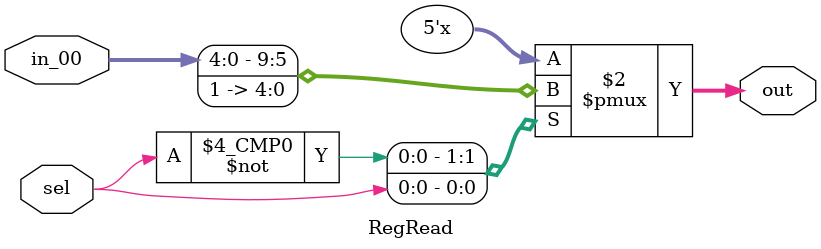
<source format=v>
module RegRead(
    input wire [4:0] in_00, // rs
    input wire sel, // seleção
    output reg [4:0] out // output
);
  
  always@(*) begin
    case (sel)
      1'b0: out = in_00; 
      1'b1: out = 32'b11111; //31; 
    endcase
  end
endmodule

</source>
